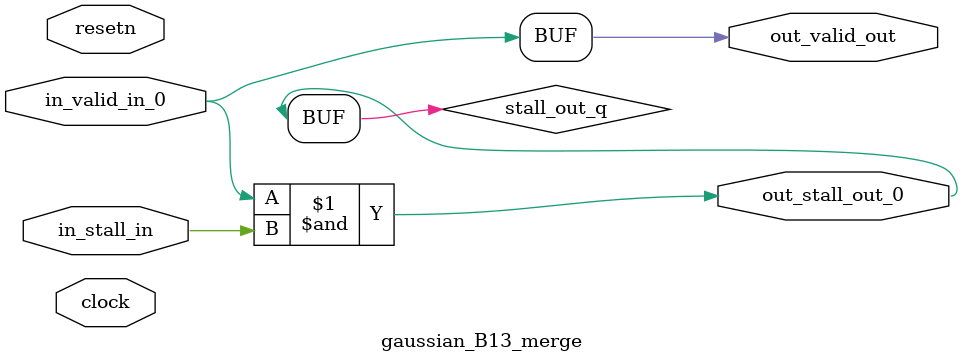
<source format=sv>



(* altera_attribute = "-name AUTO_SHIFT_REGISTER_RECOGNITION OFF; -name MESSAGE_DISABLE 10036; -name MESSAGE_DISABLE 10037; -name MESSAGE_DISABLE 14130; -name MESSAGE_DISABLE 14320; -name MESSAGE_DISABLE 15400; -name MESSAGE_DISABLE 14130; -name MESSAGE_DISABLE 10036; -name MESSAGE_DISABLE 12020; -name MESSAGE_DISABLE 12030; -name MESSAGE_DISABLE 12010; -name MESSAGE_DISABLE 12110; -name MESSAGE_DISABLE 14320; -name MESSAGE_DISABLE 13410; -name MESSAGE_DISABLE 113007; -name MESSAGE_DISABLE 10958" *)
module gaussian_B13_merge (
    input wire [0:0] in_stall_in,
    input wire [0:0] in_valid_in_0,
    output wire [0:0] out_stall_out_0,
    output wire [0:0] out_valid_out,
    input wire clock,
    input wire resetn
    );

    wire [0:0] stall_out_q;


    // stall_out(LOGICAL,6)
    assign stall_out_q = in_valid_in_0 & in_stall_in;

    // out_stall_out_0(GPOUT,4)
    assign out_stall_out_0 = stall_out_q;

    // out_valid_out(GPOUT,5)
    assign out_valid_out = in_valid_in_0;

endmodule

</source>
